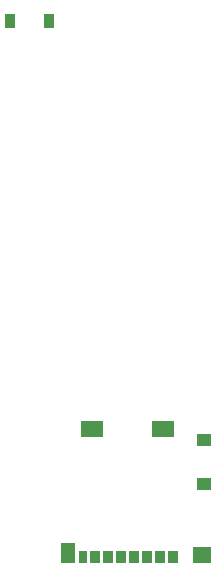
<source format=gbr>
%TF.GenerationSoftware,KiCad,Pcbnew,(6.0.6-0)*%
%TF.CreationDate,2022-08-03T19:16:28-07:00*%
%TF.ProjectId,sd_bt_streamer,73645f62-745f-4737-9472-65616d65722e,rev?*%
%TF.SameCoordinates,Original*%
%TF.FileFunction,Paste,Top*%
%TF.FilePolarity,Positive*%
%FSLAX46Y46*%
G04 Gerber Fmt 4.6, Leading zero omitted, Abs format (unit mm)*
G04 Created by KiCad (PCBNEW (6.0.6-0)) date 2022-08-03 19:16:28*
%MOMM*%
%LPD*%
G01*
G04 APERTURE LIST*
%ADD10R,0.850000X1.100000*%
%ADD11R,0.750000X1.100000*%
%ADD12R,1.200000X1.000000*%
%ADD13R,1.900000X1.350000*%
%ADD14R,1.170000X1.800000*%
%ADD15R,1.550000X1.350000*%
%ADD16R,0.900000X1.200000*%
G04 APERTURE END LIST*
D10*
%TO.C,J1*%
X167105000Y-104200000D03*
X166005000Y-104200000D03*
X164905000Y-104200000D03*
X163805000Y-104200000D03*
X162705000Y-104200000D03*
X161605000Y-104200000D03*
X160505000Y-104200000D03*
D11*
X159455000Y-104200000D03*
D12*
X169740000Y-98050000D03*
X169740000Y-94350000D03*
D13*
X160270000Y-93375000D03*
X166240000Y-93375000D03*
D14*
X158245000Y-103850000D03*
D15*
X169565000Y-104075000D03*
%TD*%
D16*
%TO.C,D1*%
X153350000Y-58800000D03*
X156650000Y-58800000D03*
%TD*%
M02*

</source>
